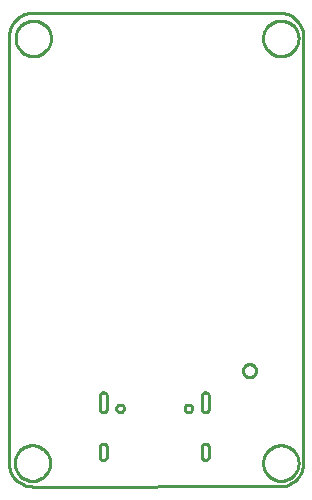
<source format=gko>
G04 EAGLE Gerber RS-274X export*
G75*
%MOMM*%
%FSLAX34Y34*%
%LPD*%
%INBoard Outline*%
%IPPOS*%
%AMOC8*
5,1,8,0,0,1.08239X$1,22.5*%
G01*
%ADD10C,0.000000*%
%ADD11C,0.025400*%
%ADD12C,0.254000*%


D10*
X20012Y-63D02*
X229197Y64D01*
X229680Y70D01*
X230164Y88D01*
X230646Y117D01*
X231128Y159D01*
X231609Y211D01*
X232088Y276D01*
X232566Y352D01*
X233042Y439D01*
X233515Y538D01*
X233986Y649D01*
X234454Y770D01*
X234919Y903D01*
X235381Y1048D01*
X235839Y1203D01*
X236293Y1369D01*
X236743Y1547D01*
X237188Y1735D01*
X237629Y1934D01*
X238065Y2143D01*
X238496Y2363D01*
X238921Y2594D01*
X239341Y2834D01*
X239754Y3085D01*
X240162Y3345D01*
X240563Y3616D01*
X240957Y3896D01*
X241345Y4185D01*
X241725Y4484D01*
X242098Y4791D01*
X242464Y5108D01*
X242822Y5434D01*
X243171Y5768D01*
X243513Y6110D01*
X243846Y6461D01*
X244171Y6819D01*
X244487Y7185D01*
X244794Y7559D01*
X245092Y7940D01*
X245380Y8329D01*
X245659Y8724D01*
X245928Y9125D01*
X246188Y9533D01*
X246438Y9948D01*
X246677Y10368D01*
X246907Y10794D01*
X247126Y11225D01*
X247334Y11661D01*
X247532Y12103D01*
X247719Y12549D01*
X247895Y12999D01*
X248061Y13454D01*
X248215Y13912D01*
X248358Y14374D01*
X248490Y14839D01*
X248611Y15308D01*
X248720Y15779D01*
X248818Y16252D01*
X248904Y16728D01*
X248979Y17206D01*
X249042Y17686D01*
X249094Y18167D01*
X249134Y18649D01*
X249162Y19131D01*
X249179Y19615D01*
X249184Y20098D01*
X249185Y20099D02*
X249292Y380821D01*
X249286Y381304D01*
X249269Y381788D01*
X249240Y382270D01*
X249200Y382752D01*
X249148Y383233D01*
X249084Y383712D01*
X249009Y384190D01*
X248922Y384666D01*
X248824Y385139D01*
X248714Y385610D01*
X248593Y386078D01*
X248460Y386544D01*
X248317Y387005D01*
X248162Y387464D01*
X247996Y387918D01*
X247820Y388368D01*
X247632Y388814D01*
X247434Y389255D01*
X247225Y389691D01*
X247006Y390122D01*
X246776Y390548D01*
X246537Y390968D01*
X246287Y391382D01*
X246027Y391790D01*
X245757Y392191D01*
X245478Y392586D01*
X245189Y392974D01*
X244891Y393355D01*
X244584Y393728D01*
X244268Y394094D01*
X243943Y394452D01*
X243610Y394803D01*
X243268Y395145D01*
X242918Y395479D01*
X242560Y395804D01*
X242194Y396120D01*
X241821Y396428D01*
X241441Y396726D01*
X241053Y397016D01*
X240659Y397295D01*
X240257Y397565D01*
X239850Y397826D01*
X239436Y398076D01*
X239017Y398316D01*
X238591Y398546D01*
X238160Y398766D01*
X237724Y398976D01*
X237284Y399174D01*
X236838Y399362D01*
X236388Y399539D01*
X235934Y399706D01*
X235476Y399861D01*
X235014Y400005D01*
X234549Y400138D01*
X234081Y400259D01*
X233610Y400370D01*
X233137Y400469D01*
X232661Y400556D01*
X232184Y400632D01*
X231704Y400696D01*
X231224Y400749D01*
X230742Y400790D01*
X230259Y400819D01*
X229776Y400837D01*
X229292Y400843D01*
X229292Y400844D02*
X20000Y400844D01*
X19517Y400838D01*
X19034Y400821D01*
X18551Y400791D01*
X18070Y400751D01*
X17589Y400698D01*
X17110Y400634D01*
X16633Y400559D01*
X16157Y400471D01*
X15684Y400373D01*
X15214Y400263D01*
X14746Y400142D01*
X14281Y400009D01*
X13820Y399865D01*
X13362Y399710D01*
X12908Y399544D01*
X12458Y399367D01*
X12013Y399180D01*
X11572Y398981D01*
X11136Y398773D01*
X10706Y398553D01*
X10280Y398323D01*
X9861Y398083D01*
X9447Y397833D01*
X9040Y397573D01*
X8639Y397304D01*
X8244Y397024D01*
X7857Y396736D01*
X7476Y396437D01*
X7103Y396130D01*
X6738Y395814D01*
X6380Y395489D01*
X6030Y395156D01*
X5688Y394814D01*
X5355Y394464D01*
X5030Y394106D01*
X4714Y393741D01*
X4407Y393368D01*
X4108Y392987D01*
X3820Y392600D01*
X3540Y392205D01*
X3271Y391804D01*
X3011Y391397D01*
X2761Y390983D01*
X2521Y390564D01*
X2291Y390138D01*
X2071Y389708D01*
X1863Y389272D01*
X1664Y388831D01*
X1477Y388386D01*
X1300Y387936D01*
X1134Y387482D01*
X979Y387024D01*
X835Y386563D01*
X702Y386098D01*
X581Y385630D01*
X471Y385160D01*
X373Y384687D01*
X285Y384211D01*
X210Y383734D01*
X146Y383255D01*
X93Y382774D01*
X53Y382293D01*
X23Y381810D01*
X6Y381327D01*
X0Y380844D01*
X0Y19937D01*
X6Y19454D01*
X23Y18970D01*
X53Y18488D01*
X93Y18006D01*
X146Y17525D01*
X210Y17046D01*
X286Y16569D01*
X373Y16093D01*
X472Y15620D01*
X582Y15149D01*
X703Y14681D01*
X836Y14216D01*
X980Y13754D01*
X1135Y13296D01*
X1301Y12842D01*
X1478Y12392D01*
X1665Y11947D01*
X1864Y11506D01*
X2073Y11070D01*
X2293Y10639D01*
X2523Y10214D01*
X2763Y9794D01*
X3013Y9381D01*
X3273Y8973D01*
X3543Y8572D01*
X3823Y8177D01*
X4112Y7790D01*
X4410Y7409D01*
X4717Y7036D01*
X5034Y6670D01*
X5359Y6312D01*
X5692Y5962D01*
X6034Y5621D01*
X6384Y5287D01*
X6742Y4962D01*
X7108Y4646D01*
X7482Y4339D01*
X7862Y4041D01*
X8250Y3752D01*
X8645Y3473D01*
X9046Y3203D01*
X9454Y2943D01*
X9868Y2694D01*
X10288Y2454D01*
X10713Y2224D01*
X11144Y2005D01*
X11580Y1796D01*
X12021Y1598D01*
X12467Y1410D01*
X12917Y1233D01*
X13371Y1068D01*
X13829Y913D01*
X14291Y769D01*
X14756Y637D01*
X15224Y516D01*
X15695Y406D01*
X16168Y308D01*
X16644Y221D01*
X17121Y145D01*
X17600Y81D01*
X18081Y29D01*
X18563Y-11D01*
X19045Y-40D01*
X19529Y-57D01*
X20012Y-63D01*
D11*
X5638Y379413D02*
X5643Y379781D01*
X5656Y380149D01*
X5679Y380516D01*
X5710Y380883D01*
X5751Y381249D01*
X5800Y381614D01*
X5859Y381977D01*
X5926Y382339D01*
X6002Y382700D01*
X6088Y383058D01*
X6181Y383414D01*
X6284Y383767D01*
X6395Y384118D01*
X6515Y384466D01*
X6643Y384811D01*
X6780Y385153D01*
X6925Y385492D01*
X7078Y385826D01*
X7240Y386157D01*
X7409Y386484D01*
X7587Y386806D01*
X7772Y387125D01*
X7965Y387438D01*
X8166Y387747D01*
X8374Y388050D01*
X8590Y388348D01*
X8813Y388641D01*
X9043Y388929D01*
X9280Y389211D01*
X9524Y389486D01*
X9774Y389756D01*
X10031Y390020D01*
X10295Y390277D01*
X10565Y390527D01*
X10840Y390771D01*
X11122Y391008D01*
X11410Y391238D01*
X11703Y391461D01*
X12001Y391677D01*
X12304Y391885D01*
X12613Y392086D01*
X12926Y392279D01*
X13245Y392464D01*
X13567Y392642D01*
X13894Y392811D01*
X14225Y392973D01*
X14559Y393126D01*
X14898Y393271D01*
X15240Y393408D01*
X15585Y393536D01*
X15933Y393656D01*
X16284Y393767D01*
X16637Y393870D01*
X16993Y393963D01*
X17351Y394049D01*
X17712Y394125D01*
X18074Y394192D01*
X18437Y394251D01*
X18802Y394300D01*
X19168Y394341D01*
X19535Y394372D01*
X19902Y394395D01*
X20270Y394408D01*
X20638Y394413D01*
X21006Y394408D01*
X21374Y394395D01*
X21741Y394372D01*
X22108Y394341D01*
X22474Y394300D01*
X22839Y394251D01*
X23202Y394192D01*
X23564Y394125D01*
X23925Y394049D01*
X24283Y393963D01*
X24639Y393870D01*
X24992Y393767D01*
X25343Y393656D01*
X25691Y393536D01*
X26036Y393408D01*
X26378Y393271D01*
X26717Y393126D01*
X27051Y392973D01*
X27382Y392811D01*
X27709Y392642D01*
X28031Y392464D01*
X28350Y392279D01*
X28663Y392086D01*
X28972Y391885D01*
X29275Y391677D01*
X29573Y391461D01*
X29866Y391238D01*
X30154Y391008D01*
X30436Y390771D01*
X30711Y390527D01*
X30981Y390277D01*
X31245Y390020D01*
X31502Y389756D01*
X31752Y389486D01*
X31996Y389211D01*
X32233Y388929D01*
X32463Y388641D01*
X32686Y388348D01*
X32902Y388050D01*
X33110Y387747D01*
X33311Y387438D01*
X33504Y387125D01*
X33689Y386806D01*
X33867Y386484D01*
X34036Y386157D01*
X34198Y385826D01*
X34351Y385492D01*
X34496Y385153D01*
X34633Y384811D01*
X34761Y384466D01*
X34881Y384118D01*
X34992Y383767D01*
X35095Y383414D01*
X35188Y383058D01*
X35274Y382700D01*
X35350Y382339D01*
X35417Y381977D01*
X35476Y381614D01*
X35525Y381249D01*
X35566Y380883D01*
X35597Y380516D01*
X35620Y380149D01*
X35633Y379781D01*
X35638Y379413D01*
X35633Y379045D01*
X35620Y378677D01*
X35597Y378310D01*
X35566Y377943D01*
X35525Y377577D01*
X35476Y377212D01*
X35417Y376849D01*
X35350Y376487D01*
X35274Y376126D01*
X35188Y375768D01*
X35095Y375412D01*
X34992Y375059D01*
X34881Y374708D01*
X34761Y374360D01*
X34633Y374015D01*
X34496Y373673D01*
X34351Y373334D01*
X34198Y373000D01*
X34036Y372669D01*
X33867Y372342D01*
X33689Y372020D01*
X33504Y371701D01*
X33311Y371388D01*
X33110Y371079D01*
X32902Y370776D01*
X32686Y370478D01*
X32463Y370185D01*
X32233Y369897D01*
X31996Y369615D01*
X31752Y369340D01*
X31502Y369070D01*
X31245Y368806D01*
X30981Y368549D01*
X30711Y368299D01*
X30436Y368055D01*
X30154Y367818D01*
X29866Y367588D01*
X29573Y367365D01*
X29275Y367149D01*
X28972Y366941D01*
X28663Y366740D01*
X28350Y366547D01*
X28031Y366362D01*
X27709Y366184D01*
X27382Y366015D01*
X27051Y365853D01*
X26717Y365700D01*
X26378Y365555D01*
X26036Y365418D01*
X25691Y365290D01*
X25343Y365170D01*
X24992Y365059D01*
X24639Y364956D01*
X24283Y364863D01*
X23925Y364777D01*
X23564Y364701D01*
X23202Y364634D01*
X22839Y364575D01*
X22474Y364526D01*
X22108Y364485D01*
X21741Y364454D01*
X21374Y364431D01*
X21006Y364418D01*
X20638Y364413D01*
X20270Y364418D01*
X19902Y364431D01*
X19535Y364454D01*
X19168Y364485D01*
X18802Y364526D01*
X18437Y364575D01*
X18074Y364634D01*
X17712Y364701D01*
X17351Y364777D01*
X16993Y364863D01*
X16637Y364956D01*
X16284Y365059D01*
X15933Y365170D01*
X15585Y365290D01*
X15240Y365418D01*
X14898Y365555D01*
X14559Y365700D01*
X14225Y365853D01*
X13894Y366015D01*
X13567Y366184D01*
X13245Y366362D01*
X12926Y366547D01*
X12613Y366740D01*
X12304Y366941D01*
X12001Y367149D01*
X11703Y367365D01*
X11410Y367588D01*
X11122Y367818D01*
X10840Y368055D01*
X10565Y368299D01*
X10295Y368549D01*
X10031Y368806D01*
X9774Y369070D01*
X9524Y369340D01*
X9280Y369615D01*
X9043Y369897D01*
X8813Y370185D01*
X8590Y370478D01*
X8374Y370776D01*
X8166Y371079D01*
X7965Y371388D01*
X7772Y371701D01*
X7587Y372020D01*
X7409Y372342D01*
X7240Y372669D01*
X7078Y373000D01*
X6925Y373334D01*
X6780Y373673D01*
X6643Y374015D01*
X6515Y374360D01*
X6395Y374708D01*
X6284Y375059D01*
X6181Y375412D01*
X6088Y375768D01*
X6002Y376126D01*
X5926Y376487D01*
X5859Y376849D01*
X5800Y377212D01*
X5751Y377577D01*
X5710Y377943D01*
X5679Y378310D01*
X5656Y378677D01*
X5643Y379045D01*
X5638Y379413D01*
X215188Y19844D02*
X215193Y20212D01*
X215206Y20580D01*
X215229Y20947D01*
X215260Y21314D01*
X215301Y21680D01*
X215350Y22045D01*
X215409Y22408D01*
X215476Y22770D01*
X215552Y23131D01*
X215638Y23489D01*
X215731Y23845D01*
X215834Y24198D01*
X215945Y24549D01*
X216065Y24897D01*
X216193Y25242D01*
X216330Y25584D01*
X216475Y25923D01*
X216628Y26257D01*
X216790Y26588D01*
X216959Y26915D01*
X217137Y27237D01*
X217322Y27556D01*
X217515Y27869D01*
X217716Y28178D01*
X217924Y28481D01*
X218140Y28779D01*
X218363Y29072D01*
X218593Y29360D01*
X218830Y29642D01*
X219074Y29917D01*
X219324Y30187D01*
X219581Y30451D01*
X219845Y30708D01*
X220115Y30958D01*
X220390Y31202D01*
X220672Y31439D01*
X220960Y31669D01*
X221253Y31892D01*
X221551Y32108D01*
X221854Y32316D01*
X222163Y32517D01*
X222476Y32710D01*
X222795Y32895D01*
X223117Y33073D01*
X223444Y33242D01*
X223775Y33404D01*
X224109Y33557D01*
X224448Y33702D01*
X224790Y33839D01*
X225135Y33967D01*
X225483Y34087D01*
X225834Y34198D01*
X226187Y34301D01*
X226543Y34394D01*
X226901Y34480D01*
X227262Y34556D01*
X227624Y34623D01*
X227987Y34682D01*
X228352Y34731D01*
X228718Y34772D01*
X229085Y34803D01*
X229452Y34826D01*
X229820Y34839D01*
X230188Y34844D01*
X230556Y34839D01*
X230924Y34826D01*
X231291Y34803D01*
X231658Y34772D01*
X232024Y34731D01*
X232389Y34682D01*
X232752Y34623D01*
X233114Y34556D01*
X233475Y34480D01*
X233833Y34394D01*
X234189Y34301D01*
X234542Y34198D01*
X234893Y34087D01*
X235241Y33967D01*
X235586Y33839D01*
X235928Y33702D01*
X236267Y33557D01*
X236601Y33404D01*
X236932Y33242D01*
X237259Y33073D01*
X237581Y32895D01*
X237900Y32710D01*
X238213Y32517D01*
X238522Y32316D01*
X238825Y32108D01*
X239123Y31892D01*
X239416Y31669D01*
X239704Y31439D01*
X239986Y31202D01*
X240261Y30958D01*
X240531Y30708D01*
X240795Y30451D01*
X241052Y30187D01*
X241302Y29917D01*
X241546Y29642D01*
X241783Y29360D01*
X242013Y29072D01*
X242236Y28779D01*
X242452Y28481D01*
X242660Y28178D01*
X242861Y27869D01*
X243054Y27556D01*
X243239Y27237D01*
X243417Y26915D01*
X243586Y26588D01*
X243748Y26257D01*
X243901Y25923D01*
X244046Y25584D01*
X244183Y25242D01*
X244311Y24897D01*
X244431Y24549D01*
X244542Y24198D01*
X244645Y23845D01*
X244738Y23489D01*
X244824Y23131D01*
X244900Y22770D01*
X244967Y22408D01*
X245026Y22045D01*
X245075Y21680D01*
X245116Y21314D01*
X245147Y20947D01*
X245170Y20580D01*
X245183Y20212D01*
X245188Y19844D01*
X245183Y19476D01*
X245170Y19108D01*
X245147Y18741D01*
X245116Y18374D01*
X245075Y18008D01*
X245026Y17643D01*
X244967Y17280D01*
X244900Y16918D01*
X244824Y16557D01*
X244738Y16199D01*
X244645Y15843D01*
X244542Y15490D01*
X244431Y15139D01*
X244311Y14791D01*
X244183Y14446D01*
X244046Y14104D01*
X243901Y13765D01*
X243748Y13431D01*
X243586Y13100D01*
X243417Y12773D01*
X243239Y12451D01*
X243054Y12132D01*
X242861Y11819D01*
X242660Y11510D01*
X242452Y11207D01*
X242236Y10909D01*
X242013Y10616D01*
X241783Y10328D01*
X241546Y10046D01*
X241302Y9771D01*
X241052Y9501D01*
X240795Y9237D01*
X240531Y8980D01*
X240261Y8730D01*
X239986Y8486D01*
X239704Y8249D01*
X239416Y8019D01*
X239123Y7796D01*
X238825Y7580D01*
X238522Y7372D01*
X238213Y7171D01*
X237900Y6978D01*
X237581Y6793D01*
X237259Y6615D01*
X236932Y6446D01*
X236601Y6284D01*
X236267Y6131D01*
X235928Y5986D01*
X235586Y5849D01*
X235241Y5721D01*
X234893Y5601D01*
X234542Y5490D01*
X234189Y5387D01*
X233833Y5294D01*
X233475Y5208D01*
X233114Y5132D01*
X232752Y5065D01*
X232389Y5006D01*
X232024Y4957D01*
X231658Y4916D01*
X231291Y4885D01*
X230924Y4862D01*
X230556Y4849D01*
X230188Y4844D01*
X229820Y4849D01*
X229452Y4862D01*
X229085Y4885D01*
X228718Y4916D01*
X228352Y4957D01*
X227987Y5006D01*
X227624Y5065D01*
X227262Y5132D01*
X226901Y5208D01*
X226543Y5294D01*
X226187Y5387D01*
X225834Y5490D01*
X225483Y5601D01*
X225135Y5721D01*
X224790Y5849D01*
X224448Y5986D01*
X224109Y6131D01*
X223775Y6284D01*
X223444Y6446D01*
X223117Y6615D01*
X222795Y6793D01*
X222476Y6978D01*
X222163Y7171D01*
X221854Y7372D01*
X221551Y7580D01*
X221253Y7796D01*
X220960Y8019D01*
X220672Y8249D01*
X220390Y8486D01*
X220115Y8730D01*
X219845Y8980D01*
X219581Y9237D01*
X219324Y9501D01*
X219074Y9771D01*
X218830Y10046D01*
X218593Y10328D01*
X218363Y10616D01*
X218140Y10909D01*
X217924Y11207D01*
X217716Y11510D01*
X217515Y11819D01*
X217322Y12132D01*
X217137Y12451D01*
X216959Y12773D01*
X216790Y13100D01*
X216628Y13431D01*
X216475Y13765D01*
X216330Y14104D01*
X216193Y14446D01*
X216065Y14791D01*
X215945Y15139D01*
X215834Y15490D01*
X215731Y15843D01*
X215638Y16199D01*
X215552Y16557D01*
X215476Y16918D01*
X215409Y17280D01*
X215350Y17643D01*
X215301Y18008D01*
X215260Y18374D01*
X215229Y18741D01*
X215206Y19108D01*
X215193Y19476D01*
X215188Y19844D01*
X215188Y379413D02*
X215193Y379781D01*
X215206Y380149D01*
X215229Y380516D01*
X215260Y380883D01*
X215301Y381249D01*
X215350Y381614D01*
X215409Y381977D01*
X215476Y382339D01*
X215552Y382700D01*
X215638Y383058D01*
X215731Y383414D01*
X215834Y383767D01*
X215945Y384118D01*
X216065Y384466D01*
X216193Y384811D01*
X216330Y385153D01*
X216475Y385492D01*
X216628Y385826D01*
X216790Y386157D01*
X216959Y386484D01*
X217137Y386806D01*
X217322Y387125D01*
X217515Y387438D01*
X217716Y387747D01*
X217924Y388050D01*
X218140Y388348D01*
X218363Y388641D01*
X218593Y388929D01*
X218830Y389211D01*
X219074Y389486D01*
X219324Y389756D01*
X219581Y390020D01*
X219845Y390277D01*
X220115Y390527D01*
X220390Y390771D01*
X220672Y391008D01*
X220960Y391238D01*
X221253Y391461D01*
X221551Y391677D01*
X221854Y391885D01*
X222163Y392086D01*
X222476Y392279D01*
X222795Y392464D01*
X223117Y392642D01*
X223444Y392811D01*
X223775Y392973D01*
X224109Y393126D01*
X224448Y393271D01*
X224790Y393408D01*
X225135Y393536D01*
X225483Y393656D01*
X225834Y393767D01*
X226187Y393870D01*
X226543Y393963D01*
X226901Y394049D01*
X227262Y394125D01*
X227624Y394192D01*
X227987Y394251D01*
X228352Y394300D01*
X228718Y394341D01*
X229085Y394372D01*
X229452Y394395D01*
X229820Y394408D01*
X230188Y394413D01*
X230556Y394408D01*
X230924Y394395D01*
X231291Y394372D01*
X231658Y394341D01*
X232024Y394300D01*
X232389Y394251D01*
X232752Y394192D01*
X233114Y394125D01*
X233475Y394049D01*
X233833Y393963D01*
X234189Y393870D01*
X234542Y393767D01*
X234893Y393656D01*
X235241Y393536D01*
X235586Y393408D01*
X235928Y393271D01*
X236267Y393126D01*
X236601Y392973D01*
X236932Y392811D01*
X237259Y392642D01*
X237581Y392464D01*
X237900Y392279D01*
X238213Y392086D01*
X238522Y391885D01*
X238825Y391677D01*
X239123Y391461D01*
X239416Y391238D01*
X239704Y391008D01*
X239986Y390771D01*
X240261Y390527D01*
X240531Y390277D01*
X240795Y390020D01*
X241052Y389756D01*
X241302Y389486D01*
X241546Y389211D01*
X241783Y388929D01*
X242013Y388641D01*
X242236Y388348D01*
X242452Y388050D01*
X242660Y387747D01*
X242861Y387438D01*
X243054Y387125D01*
X243239Y386806D01*
X243417Y386484D01*
X243586Y386157D01*
X243748Y385826D01*
X243901Y385492D01*
X244046Y385153D01*
X244183Y384811D01*
X244311Y384466D01*
X244431Y384118D01*
X244542Y383767D01*
X244645Y383414D01*
X244738Y383058D01*
X244824Y382700D01*
X244900Y382339D01*
X244967Y381977D01*
X245026Y381614D01*
X245075Y381249D01*
X245116Y380883D01*
X245147Y380516D01*
X245170Y380149D01*
X245183Y379781D01*
X245188Y379413D01*
X245183Y379045D01*
X245170Y378677D01*
X245147Y378310D01*
X245116Y377943D01*
X245075Y377577D01*
X245026Y377212D01*
X244967Y376849D01*
X244900Y376487D01*
X244824Y376126D01*
X244738Y375768D01*
X244645Y375412D01*
X244542Y375059D01*
X244431Y374708D01*
X244311Y374360D01*
X244183Y374015D01*
X244046Y373673D01*
X243901Y373334D01*
X243748Y373000D01*
X243586Y372669D01*
X243417Y372342D01*
X243239Y372020D01*
X243054Y371701D01*
X242861Y371388D01*
X242660Y371079D01*
X242452Y370776D01*
X242236Y370478D01*
X242013Y370185D01*
X241783Y369897D01*
X241546Y369615D01*
X241302Y369340D01*
X241052Y369070D01*
X240795Y368806D01*
X240531Y368549D01*
X240261Y368299D01*
X239986Y368055D01*
X239704Y367818D01*
X239416Y367588D01*
X239123Y367365D01*
X238825Y367149D01*
X238522Y366941D01*
X238213Y366740D01*
X237900Y366547D01*
X237581Y366362D01*
X237259Y366184D01*
X236932Y366015D01*
X236601Y365853D01*
X236267Y365700D01*
X235928Y365555D01*
X235586Y365418D01*
X235241Y365290D01*
X234893Y365170D01*
X234542Y365059D01*
X234189Y364956D01*
X233833Y364863D01*
X233475Y364777D01*
X233114Y364701D01*
X232752Y364634D01*
X232389Y364575D01*
X232024Y364526D01*
X231658Y364485D01*
X231291Y364454D01*
X230924Y364431D01*
X230556Y364418D01*
X230188Y364413D01*
X229820Y364418D01*
X229452Y364431D01*
X229085Y364454D01*
X228718Y364485D01*
X228352Y364526D01*
X227987Y364575D01*
X227624Y364634D01*
X227262Y364701D01*
X226901Y364777D01*
X226543Y364863D01*
X226187Y364956D01*
X225834Y365059D01*
X225483Y365170D01*
X225135Y365290D01*
X224790Y365418D01*
X224448Y365555D01*
X224109Y365700D01*
X223775Y365853D01*
X223444Y366015D01*
X223117Y366184D01*
X222795Y366362D01*
X222476Y366547D01*
X222163Y366740D01*
X221854Y366941D01*
X221551Y367149D01*
X221253Y367365D01*
X220960Y367588D01*
X220672Y367818D01*
X220390Y368055D01*
X220115Y368299D01*
X219845Y368549D01*
X219581Y368806D01*
X219324Y369070D01*
X219074Y369340D01*
X218830Y369615D01*
X218593Y369897D01*
X218363Y370185D01*
X218140Y370478D01*
X217924Y370776D01*
X217716Y371079D01*
X217515Y371388D01*
X217322Y371701D01*
X217137Y372020D01*
X216959Y372342D01*
X216790Y372669D01*
X216628Y373000D01*
X216475Y373334D01*
X216330Y373673D01*
X216193Y374015D01*
X216065Y374360D01*
X215945Y374708D01*
X215834Y375059D01*
X215731Y375412D01*
X215638Y375768D01*
X215552Y376126D01*
X215476Y376487D01*
X215409Y376849D01*
X215350Y377212D01*
X215301Y377577D01*
X215260Y377943D01*
X215229Y378310D01*
X215206Y378677D01*
X215193Y379045D01*
X215188Y379413D01*
X4844Y19844D02*
X4849Y20212D01*
X4862Y20580D01*
X4885Y20947D01*
X4916Y21314D01*
X4957Y21680D01*
X5006Y22045D01*
X5065Y22408D01*
X5132Y22770D01*
X5208Y23131D01*
X5294Y23489D01*
X5387Y23845D01*
X5490Y24198D01*
X5601Y24549D01*
X5721Y24897D01*
X5849Y25242D01*
X5986Y25584D01*
X6131Y25923D01*
X6284Y26257D01*
X6446Y26588D01*
X6615Y26915D01*
X6793Y27237D01*
X6978Y27556D01*
X7171Y27869D01*
X7372Y28178D01*
X7580Y28481D01*
X7796Y28779D01*
X8019Y29072D01*
X8249Y29360D01*
X8486Y29642D01*
X8730Y29917D01*
X8980Y30187D01*
X9237Y30451D01*
X9501Y30708D01*
X9771Y30958D01*
X10046Y31202D01*
X10328Y31439D01*
X10616Y31669D01*
X10909Y31892D01*
X11207Y32108D01*
X11510Y32316D01*
X11819Y32517D01*
X12132Y32710D01*
X12451Y32895D01*
X12773Y33073D01*
X13100Y33242D01*
X13431Y33404D01*
X13765Y33557D01*
X14104Y33702D01*
X14446Y33839D01*
X14791Y33967D01*
X15139Y34087D01*
X15490Y34198D01*
X15843Y34301D01*
X16199Y34394D01*
X16557Y34480D01*
X16918Y34556D01*
X17280Y34623D01*
X17643Y34682D01*
X18008Y34731D01*
X18374Y34772D01*
X18741Y34803D01*
X19108Y34826D01*
X19476Y34839D01*
X19844Y34844D01*
X20212Y34839D01*
X20580Y34826D01*
X20947Y34803D01*
X21314Y34772D01*
X21680Y34731D01*
X22045Y34682D01*
X22408Y34623D01*
X22770Y34556D01*
X23131Y34480D01*
X23489Y34394D01*
X23845Y34301D01*
X24198Y34198D01*
X24549Y34087D01*
X24897Y33967D01*
X25242Y33839D01*
X25584Y33702D01*
X25923Y33557D01*
X26257Y33404D01*
X26588Y33242D01*
X26915Y33073D01*
X27237Y32895D01*
X27556Y32710D01*
X27869Y32517D01*
X28178Y32316D01*
X28481Y32108D01*
X28779Y31892D01*
X29072Y31669D01*
X29360Y31439D01*
X29642Y31202D01*
X29917Y30958D01*
X30187Y30708D01*
X30451Y30451D01*
X30708Y30187D01*
X30958Y29917D01*
X31202Y29642D01*
X31439Y29360D01*
X31669Y29072D01*
X31892Y28779D01*
X32108Y28481D01*
X32316Y28178D01*
X32517Y27869D01*
X32710Y27556D01*
X32895Y27237D01*
X33073Y26915D01*
X33242Y26588D01*
X33404Y26257D01*
X33557Y25923D01*
X33702Y25584D01*
X33839Y25242D01*
X33967Y24897D01*
X34087Y24549D01*
X34198Y24198D01*
X34301Y23845D01*
X34394Y23489D01*
X34480Y23131D01*
X34556Y22770D01*
X34623Y22408D01*
X34682Y22045D01*
X34731Y21680D01*
X34772Y21314D01*
X34803Y20947D01*
X34826Y20580D01*
X34839Y20212D01*
X34844Y19844D01*
X34839Y19476D01*
X34826Y19108D01*
X34803Y18741D01*
X34772Y18374D01*
X34731Y18008D01*
X34682Y17643D01*
X34623Y17280D01*
X34556Y16918D01*
X34480Y16557D01*
X34394Y16199D01*
X34301Y15843D01*
X34198Y15490D01*
X34087Y15139D01*
X33967Y14791D01*
X33839Y14446D01*
X33702Y14104D01*
X33557Y13765D01*
X33404Y13431D01*
X33242Y13100D01*
X33073Y12773D01*
X32895Y12451D01*
X32710Y12132D01*
X32517Y11819D01*
X32316Y11510D01*
X32108Y11207D01*
X31892Y10909D01*
X31669Y10616D01*
X31439Y10328D01*
X31202Y10046D01*
X30958Y9771D01*
X30708Y9501D01*
X30451Y9237D01*
X30187Y8980D01*
X29917Y8730D01*
X29642Y8486D01*
X29360Y8249D01*
X29072Y8019D01*
X28779Y7796D01*
X28481Y7580D01*
X28178Y7372D01*
X27869Y7171D01*
X27556Y6978D01*
X27237Y6793D01*
X26915Y6615D01*
X26588Y6446D01*
X26257Y6284D01*
X25923Y6131D01*
X25584Y5986D01*
X25242Y5849D01*
X24897Y5721D01*
X24549Y5601D01*
X24198Y5490D01*
X23845Y5387D01*
X23489Y5294D01*
X23131Y5208D01*
X22770Y5132D01*
X22408Y5065D01*
X22045Y5006D01*
X21680Y4957D01*
X21314Y4916D01*
X20947Y4885D01*
X20580Y4862D01*
X20212Y4849D01*
X19844Y4844D01*
X19476Y4849D01*
X19108Y4862D01*
X18741Y4885D01*
X18374Y4916D01*
X18008Y4957D01*
X17643Y5006D01*
X17280Y5065D01*
X16918Y5132D01*
X16557Y5208D01*
X16199Y5294D01*
X15843Y5387D01*
X15490Y5490D01*
X15139Y5601D01*
X14791Y5721D01*
X14446Y5849D01*
X14104Y5986D01*
X13765Y6131D01*
X13431Y6284D01*
X13100Y6446D01*
X12773Y6615D01*
X12451Y6793D01*
X12132Y6978D01*
X11819Y7171D01*
X11510Y7372D01*
X11207Y7580D01*
X10909Y7796D01*
X10616Y8019D01*
X10328Y8249D01*
X10046Y8486D01*
X9771Y8730D01*
X9501Y8980D01*
X9237Y9237D01*
X8980Y9501D01*
X8730Y9771D01*
X8486Y10046D01*
X8249Y10328D01*
X8019Y10616D01*
X7796Y10909D01*
X7580Y11207D01*
X7372Y11510D01*
X7171Y11819D01*
X6978Y12132D01*
X6793Y12451D01*
X6615Y12773D01*
X6446Y13100D01*
X6284Y13431D01*
X6131Y13765D01*
X5986Y14104D01*
X5849Y14446D01*
X5721Y14791D01*
X5601Y15139D01*
X5490Y15490D01*
X5387Y15843D01*
X5294Y16199D01*
X5208Y16557D01*
X5132Y16918D01*
X5065Y17280D01*
X5006Y17643D01*
X4957Y18008D01*
X4916Y18374D01*
X4885Y18741D01*
X4862Y19108D01*
X4849Y19476D01*
X4844Y19844D01*
D10*
X79831Y36369D02*
X79938Y36367D01*
X80045Y36361D01*
X80152Y36352D01*
X80258Y36338D01*
X80364Y36321D01*
X80469Y36300D01*
X80573Y36276D01*
X80676Y36247D01*
X80778Y36215D01*
X80879Y36180D01*
X80979Y36141D01*
X81077Y36098D01*
X81174Y36052D01*
X81269Y36002D01*
X81362Y35949D01*
X81453Y35893D01*
X81542Y35833D01*
X81629Y35771D01*
X81713Y35705D01*
X81796Y35636D01*
X81875Y35565D01*
X81952Y35490D01*
X82027Y35413D01*
X82098Y35334D01*
X82167Y35251D01*
X82233Y35167D01*
X82295Y35080D01*
X82355Y34991D01*
X82411Y34900D01*
X82464Y34807D01*
X82514Y34712D01*
X82560Y34615D01*
X82603Y34517D01*
X82642Y34417D01*
X82677Y34316D01*
X82709Y34214D01*
X82738Y34111D01*
X82762Y34007D01*
X82783Y33902D01*
X82800Y33796D01*
X82814Y33690D01*
X82823Y33583D01*
X82829Y33476D01*
X82831Y33369D01*
X82831Y25369D01*
X82829Y25262D01*
X82823Y25155D01*
X82814Y25048D01*
X82800Y24942D01*
X82783Y24836D01*
X82762Y24731D01*
X82738Y24627D01*
X82709Y24524D01*
X82677Y24422D01*
X82642Y24321D01*
X82603Y24221D01*
X82560Y24123D01*
X82514Y24026D01*
X82464Y23931D01*
X82411Y23838D01*
X82355Y23747D01*
X82295Y23658D01*
X82233Y23571D01*
X82167Y23487D01*
X82098Y23404D01*
X82027Y23325D01*
X81952Y23248D01*
X81875Y23173D01*
X81796Y23102D01*
X81713Y23033D01*
X81629Y22967D01*
X81542Y22905D01*
X81453Y22845D01*
X81362Y22789D01*
X81269Y22736D01*
X81174Y22686D01*
X81077Y22640D01*
X80979Y22597D01*
X80879Y22558D01*
X80778Y22523D01*
X80676Y22491D01*
X80573Y22462D01*
X80469Y22438D01*
X80364Y22417D01*
X80258Y22400D01*
X80152Y22386D01*
X80045Y22377D01*
X79938Y22371D01*
X79831Y22369D01*
X79724Y22371D01*
X79617Y22377D01*
X79510Y22386D01*
X79404Y22400D01*
X79298Y22417D01*
X79193Y22438D01*
X79089Y22462D01*
X78986Y22491D01*
X78884Y22523D01*
X78783Y22558D01*
X78683Y22597D01*
X78585Y22640D01*
X78488Y22686D01*
X78393Y22736D01*
X78300Y22789D01*
X78209Y22845D01*
X78120Y22905D01*
X78033Y22967D01*
X77949Y23033D01*
X77866Y23102D01*
X77787Y23173D01*
X77710Y23248D01*
X77635Y23325D01*
X77564Y23404D01*
X77495Y23487D01*
X77429Y23571D01*
X77367Y23658D01*
X77307Y23747D01*
X77251Y23838D01*
X77198Y23931D01*
X77148Y24026D01*
X77102Y24123D01*
X77059Y24221D01*
X77020Y24321D01*
X76985Y24422D01*
X76953Y24524D01*
X76924Y24627D01*
X76900Y24731D01*
X76879Y24836D01*
X76862Y24942D01*
X76848Y25048D01*
X76839Y25155D01*
X76833Y25262D01*
X76831Y25369D01*
X76831Y33369D01*
X76833Y33476D01*
X76839Y33583D01*
X76848Y33690D01*
X76862Y33796D01*
X76879Y33902D01*
X76900Y34007D01*
X76924Y34111D01*
X76953Y34214D01*
X76985Y34316D01*
X77020Y34417D01*
X77059Y34517D01*
X77102Y34615D01*
X77148Y34712D01*
X77198Y34807D01*
X77251Y34900D01*
X77307Y34991D01*
X77367Y35080D01*
X77429Y35167D01*
X77495Y35251D01*
X77564Y35334D01*
X77635Y35413D01*
X77710Y35490D01*
X77787Y35565D01*
X77866Y35636D01*
X77949Y35705D01*
X78033Y35771D01*
X78120Y35833D01*
X78209Y35893D01*
X78300Y35949D01*
X78393Y36002D01*
X78488Y36052D01*
X78585Y36098D01*
X78683Y36141D01*
X78783Y36180D01*
X78884Y36215D01*
X78986Y36247D01*
X79089Y36276D01*
X79193Y36300D01*
X79298Y36321D01*
X79404Y36338D01*
X79510Y36352D01*
X79617Y36361D01*
X79724Y36367D01*
X79831Y36369D01*
X166231Y36369D02*
X166338Y36367D01*
X166445Y36361D01*
X166552Y36352D01*
X166658Y36338D01*
X166764Y36321D01*
X166869Y36300D01*
X166973Y36276D01*
X167076Y36247D01*
X167178Y36215D01*
X167279Y36180D01*
X167379Y36141D01*
X167477Y36098D01*
X167574Y36052D01*
X167669Y36002D01*
X167762Y35949D01*
X167853Y35893D01*
X167942Y35833D01*
X168029Y35771D01*
X168113Y35705D01*
X168196Y35636D01*
X168275Y35565D01*
X168352Y35490D01*
X168427Y35413D01*
X168498Y35334D01*
X168567Y35251D01*
X168633Y35167D01*
X168695Y35080D01*
X168755Y34991D01*
X168811Y34900D01*
X168864Y34807D01*
X168914Y34712D01*
X168960Y34615D01*
X169003Y34517D01*
X169042Y34417D01*
X169077Y34316D01*
X169109Y34214D01*
X169138Y34111D01*
X169162Y34007D01*
X169183Y33902D01*
X169200Y33796D01*
X169214Y33690D01*
X169223Y33583D01*
X169229Y33476D01*
X169231Y33369D01*
X169231Y25369D01*
X169229Y25262D01*
X169223Y25155D01*
X169214Y25048D01*
X169200Y24942D01*
X169183Y24836D01*
X169162Y24731D01*
X169138Y24627D01*
X169109Y24524D01*
X169077Y24422D01*
X169042Y24321D01*
X169003Y24221D01*
X168960Y24123D01*
X168914Y24026D01*
X168864Y23931D01*
X168811Y23838D01*
X168755Y23747D01*
X168695Y23658D01*
X168633Y23571D01*
X168567Y23487D01*
X168498Y23404D01*
X168427Y23325D01*
X168352Y23248D01*
X168275Y23173D01*
X168196Y23102D01*
X168113Y23033D01*
X168029Y22967D01*
X167942Y22905D01*
X167853Y22845D01*
X167762Y22789D01*
X167669Y22736D01*
X167574Y22686D01*
X167477Y22640D01*
X167379Y22597D01*
X167279Y22558D01*
X167178Y22523D01*
X167076Y22491D01*
X166973Y22462D01*
X166869Y22438D01*
X166764Y22417D01*
X166658Y22400D01*
X166552Y22386D01*
X166445Y22377D01*
X166338Y22371D01*
X166231Y22369D01*
X166124Y22371D01*
X166017Y22377D01*
X165910Y22386D01*
X165804Y22400D01*
X165698Y22417D01*
X165593Y22438D01*
X165489Y22462D01*
X165386Y22491D01*
X165284Y22523D01*
X165183Y22558D01*
X165083Y22597D01*
X164985Y22640D01*
X164888Y22686D01*
X164793Y22736D01*
X164700Y22789D01*
X164609Y22845D01*
X164520Y22905D01*
X164433Y22967D01*
X164349Y23033D01*
X164266Y23102D01*
X164187Y23173D01*
X164110Y23248D01*
X164035Y23325D01*
X163964Y23404D01*
X163895Y23487D01*
X163829Y23571D01*
X163767Y23658D01*
X163707Y23747D01*
X163651Y23838D01*
X163598Y23931D01*
X163548Y24026D01*
X163502Y24123D01*
X163459Y24221D01*
X163420Y24321D01*
X163385Y24422D01*
X163353Y24524D01*
X163324Y24627D01*
X163300Y24731D01*
X163279Y24836D01*
X163262Y24942D01*
X163248Y25048D01*
X163239Y25155D01*
X163233Y25262D01*
X163231Y25369D01*
X163231Y33369D01*
X163233Y33476D01*
X163239Y33583D01*
X163248Y33690D01*
X163262Y33796D01*
X163279Y33902D01*
X163300Y34007D01*
X163324Y34111D01*
X163353Y34214D01*
X163385Y34316D01*
X163420Y34417D01*
X163459Y34517D01*
X163502Y34615D01*
X163548Y34712D01*
X163598Y34807D01*
X163651Y34900D01*
X163707Y34991D01*
X163767Y35080D01*
X163829Y35167D01*
X163895Y35251D01*
X163964Y35334D01*
X164035Y35413D01*
X164110Y35490D01*
X164187Y35565D01*
X164266Y35636D01*
X164349Y35705D01*
X164433Y35771D01*
X164520Y35833D01*
X164609Y35893D01*
X164700Y35949D01*
X164793Y36002D01*
X164888Y36052D01*
X164985Y36098D01*
X165083Y36141D01*
X165183Y36180D01*
X165284Y36215D01*
X165386Y36247D01*
X165489Y36276D01*
X165593Y36300D01*
X165698Y36321D01*
X165804Y36338D01*
X165910Y36352D01*
X166017Y36361D01*
X166124Y36367D01*
X166231Y36369D01*
X82831Y76669D02*
X82829Y76776D01*
X82823Y76883D01*
X82814Y76990D01*
X82800Y77096D01*
X82783Y77202D01*
X82762Y77307D01*
X82738Y77411D01*
X82709Y77514D01*
X82677Y77616D01*
X82642Y77717D01*
X82603Y77817D01*
X82560Y77915D01*
X82514Y78012D01*
X82464Y78107D01*
X82411Y78200D01*
X82355Y78291D01*
X82295Y78380D01*
X82233Y78467D01*
X82167Y78551D01*
X82098Y78634D01*
X82027Y78713D01*
X81952Y78790D01*
X81875Y78865D01*
X81796Y78936D01*
X81713Y79005D01*
X81629Y79071D01*
X81542Y79133D01*
X81453Y79193D01*
X81362Y79249D01*
X81269Y79302D01*
X81174Y79352D01*
X81077Y79398D01*
X80979Y79441D01*
X80879Y79480D01*
X80778Y79515D01*
X80676Y79547D01*
X80573Y79576D01*
X80469Y79600D01*
X80364Y79621D01*
X80258Y79638D01*
X80152Y79652D01*
X80045Y79661D01*
X79938Y79667D01*
X79831Y79669D01*
X82831Y76669D02*
X82831Y65669D01*
X82829Y65562D01*
X82823Y65455D01*
X82814Y65348D01*
X82800Y65242D01*
X82783Y65136D01*
X82762Y65031D01*
X82738Y64927D01*
X82709Y64824D01*
X82677Y64722D01*
X82642Y64621D01*
X82603Y64521D01*
X82560Y64423D01*
X82514Y64326D01*
X82464Y64231D01*
X82411Y64138D01*
X82355Y64047D01*
X82295Y63958D01*
X82233Y63871D01*
X82167Y63787D01*
X82098Y63704D01*
X82027Y63625D01*
X81952Y63548D01*
X81875Y63473D01*
X81796Y63402D01*
X81713Y63333D01*
X81629Y63267D01*
X81542Y63205D01*
X81453Y63145D01*
X81362Y63089D01*
X81269Y63036D01*
X81174Y62986D01*
X81077Y62940D01*
X80979Y62897D01*
X80879Y62858D01*
X80778Y62823D01*
X80676Y62791D01*
X80573Y62762D01*
X80469Y62738D01*
X80364Y62717D01*
X80258Y62700D01*
X80152Y62686D01*
X80045Y62677D01*
X79938Y62671D01*
X79831Y62669D01*
X79724Y62671D01*
X79617Y62677D01*
X79510Y62686D01*
X79404Y62700D01*
X79298Y62717D01*
X79193Y62738D01*
X79089Y62762D01*
X78986Y62791D01*
X78884Y62823D01*
X78783Y62858D01*
X78683Y62897D01*
X78585Y62940D01*
X78488Y62986D01*
X78393Y63036D01*
X78300Y63089D01*
X78209Y63145D01*
X78120Y63205D01*
X78033Y63267D01*
X77949Y63333D01*
X77866Y63402D01*
X77787Y63473D01*
X77710Y63548D01*
X77635Y63625D01*
X77564Y63704D01*
X77495Y63787D01*
X77429Y63871D01*
X77367Y63958D01*
X77307Y64047D01*
X77251Y64138D01*
X77198Y64231D01*
X77148Y64326D01*
X77102Y64423D01*
X77059Y64521D01*
X77020Y64621D01*
X76985Y64722D01*
X76953Y64824D01*
X76924Y64927D01*
X76900Y65031D01*
X76879Y65136D01*
X76862Y65242D01*
X76848Y65348D01*
X76839Y65455D01*
X76833Y65562D01*
X76831Y65669D01*
X76831Y76669D01*
X76833Y76776D01*
X76839Y76883D01*
X76848Y76990D01*
X76862Y77096D01*
X76879Y77202D01*
X76900Y77307D01*
X76924Y77411D01*
X76953Y77514D01*
X76985Y77616D01*
X77020Y77717D01*
X77059Y77817D01*
X77102Y77915D01*
X77148Y78012D01*
X77198Y78107D01*
X77251Y78200D01*
X77307Y78291D01*
X77367Y78380D01*
X77429Y78467D01*
X77495Y78551D01*
X77564Y78634D01*
X77635Y78713D01*
X77710Y78790D01*
X77787Y78865D01*
X77866Y78936D01*
X77949Y79005D01*
X78033Y79071D01*
X78120Y79133D01*
X78209Y79193D01*
X78300Y79249D01*
X78393Y79302D01*
X78488Y79352D01*
X78585Y79398D01*
X78683Y79441D01*
X78783Y79480D01*
X78884Y79515D01*
X78986Y79547D01*
X79089Y79576D01*
X79193Y79600D01*
X79298Y79621D01*
X79404Y79638D01*
X79510Y79652D01*
X79617Y79661D01*
X79724Y79667D01*
X79831Y79669D01*
X166231Y79669D02*
X166338Y79667D01*
X166445Y79661D01*
X166552Y79652D01*
X166658Y79638D01*
X166764Y79621D01*
X166869Y79600D01*
X166973Y79576D01*
X167076Y79547D01*
X167178Y79515D01*
X167279Y79480D01*
X167379Y79441D01*
X167477Y79398D01*
X167574Y79352D01*
X167669Y79302D01*
X167762Y79249D01*
X167853Y79193D01*
X167942Y79133D01*
X168029Y79071D01*
X168113Y79005D01*
X168196Y78936D01*
X168275Y78865D01*
X168352Y78790D01*
X168427Y78713D01*
X168498Y78634D01*
X168567Y78551D01*
X168633Y78467D01*
X168695Y78380D01*
X168755Y78291D01*
X168811Y78200D01*
X168864Y78107D01*
X168914Y78012D01*
X168960Y77915D01*
X169003Y77817D01*
X169042Y77717D01*
X169077Y77616D01*
X169109Y77514D01*
X169138Y77411D01*
X169162Y77307D01*
X169183Y77202D01*
X169200Y77096D01*
X169214Y76990D01*
X169223Y76883D01*
X169229Y76776D01*
X169231Y76669D01*
X169231Y65669D01*
X169229Y65562D01*
X169223Y65455D01*
X169214Y65348D01*
X169200Y65242D01*
X169183Y65136D01*
X169162Y65031D01*
X169138Y64927D01*
X169109Y64824D01*
X169077Y64722D01*
X169042Y64621D01*
X169003Y64521D01*
X168960Y64423D01*
X168914Y64326D01*
X168864Y64231D01*
X168811Y64138D01*
X168755Y64047D01*
X168695Y63958D01*
X168633Y63871D01*
X168567Y63787D01*
X168498Y63704D01*
X168427Y63625D01*
X168352Y63548D01*
X168275Y63473D01*
X168196Y63402D01*
X168113Y63333D01*
X168029Y63267D01*
X167942Y63205D01*
X167853Y63145D01*
X167762Y63089D01*
X167669Y63036D01*
X167574Y62986D01*
X167477Y62940D01*
X167379Y62897D01*
X167279Y62858D01*
X167178Y62823D01*
X167076Y62791D01*
X166973Y62762D01*
X166869Y62738D01*
X166764Y62717D01*
X166658Y62700D01*
X166552Y62686D01*
X166445Y62677D01*
X166338Y62671D01*
X166231Y62669D01*
X166124Y62671D01*
X166017Y62677D01*
X165910Y62686D01*
X165804Y62700D01*
X165698Y62717D01*
X165593Y62738D01*
X165489Y62762D01*
X165386Y62791D01*
X165284Y62823D01*
X165183Y62858D01*
X165083Y62897D01*
X164985Y62940D01*
X164888Y62986D01*
X164793Y63036D01*
X164700Y63089D01*
X164609Y63145D01*
X164520Y63205D01*
X164433Y63267D01*
X164349Y63333D01*
X164266Y63402D01*
X164187Y63473D01*
X164110Y63548D01*
X164035Y63625D01*
X163964Y63704D01*
X163895Y63787D01*
X163829Y63871D01*
X163767Y63958D01*
X163707Y64047D01*
X163651Y64138D01*
X163598Y64231D01*
X163548Y64326D01*
X163502Y64423D01*
X163459Y64521D01*
X163420Y64621D01*
X163385Y64722D01*
X163353Y64824D01*
X163324Y64927D01*
X163300Y65031D01*
X163279Y65136D01*
X163262Y65242D01*
X163248Y65348D01*
X163239Y65455D01*
X163233Y65562D01*
X163231Y65669D01*
X163231Y76669D01*
X163233Y76776D01*
X163239Y76883D01*
X163248Y76990D01*
X163262Y77096D01*
X163279Y77202D01*
X163300Y77307D01*
X163324Y77411D01*
X163353Y77514D01*
X163385Y77616D01*
X163420Y77717D01*
X163459Y77817D01*
X163502Y77915D01*
X163548Y78012D01*
X163598Y78107D01*
X163651Y78200D01*
X163707Y78291D01*
X163767Y78380D01*
X163829Y78467D01*
X163895Y78551D01*
X163964Y78634D01*
X164035Y78713D01*
X164110Y78790D01*
X164187Y78865D01*
X164266Y78936D01*
X164349Y79005D01*
X164433Y79071D01*
X164520Y79133D01*
X164609Y79193D01*
X164700Y79249D01*
X164793Y79302D01*
X164888Y79352D01*
X164985Y79398D01*
X165083Y79441D01*
X165183Y79480D01*
X165284Y79515D01*
X165386Y79547D01*
X165489Y79576D01*
X165593Y79600D01*
X165698Y79621D01*
X165804Y79638D01*
X165910Y79652D01*
X166017Y79661D01*
X166124Y79667D01*
X166231Y79669D01*
X148681Y66169D02*
X148683Y66282D01*
X148689Y66396D01*
X148699Y66509D01*
X148713Y66621D01*
X148730Y66733D01*
X148752Y66845D01*
X148778Y66955D01*
X148807Y67065D01*
X148840Y67173D01*
X148877Y67281D01*
X148918Y67386D01*
X148962Y67491D01*
X149010Y67594D01*
X149061Y67695D01*
X149116Y67794D01*
X149175Y67891D01*
X149237Y67986D01*
X149302Y68079D01*
X149370Y68170D01*
X149441Y68258D01*
X149516Y68344D01*
X149593Y68427D01*
X149673Y68507D01*
X149756Y68584D01*
X149842Y68659D01*
X149930Y68730D01*
X150021Y68798D01*
X150114Y68863D01*
X150209Y68925D01*
X150306Y68984D01*
X150405Y69039D01*
X150506Y69090D01*
X150609Y69138D01*
X150714Y69182D01*
X150819Y69223D01*
X150927Y69260D01*
X151035Y69293D01*
X151145Y69322D01*
X151255Y69348D01*
X151367Y69370D01*
X151479Y69387D01*
X151591Y69401D01*
X151704Y69411D01*
X151818Y69417D01*
X151931Y69419D01*
X152044Y69417D01*
X152158Y69411D01*
X152271Y69401D01*
X152383Y69387D01*
X152495Y69370D01*
X152607Y69348D01*
X152717Y69322D01*
X152827Y69293D01*
X152935Y69260D01*
X153043Y69223D01*
X153148Y69182D01*
X153253Y69138D01*
X153356Y69090D01*
X153457Y69039D01*
X153556Y68984D01*
X153653Y68925D01*
X153748Y68863D01*
X153841Y68798D01*
X153932Y68730D01*
X154020Y68659D01*
X154106Y68584D01*
X154189Y68507D01*
X154269Y68427D01*
X154346Y68344D01*
X154421Y68258D01*
X154492Y68170D01*
X154560Y68079D01*
X154625Y67986D01*
X154687Y67891D01*
X154746Y67794D01*
X154801Y67695D01*
X154852Y67594D01*
X154900Y67491D01*
X154944Y67386D01*
X154985Y67281D01*
X155022Y67173D01*
X155055Y67065D01*
X155084Y66955D01*
X155110Y66845D01*
X155132Y66733D01*
X155149Y66621D01*
X155163Y66509D01*
X155173Y66396D01*
X155179Y66282D01*
X155181Y66169D01*
X155179Y66056D01*
X155173Y65942D01*
X155163Y65829D01*
X155149Y65717D01*
X155132Y65605D01*
X155110Y65493D01*
X155084Y65383D01*
X155055Y65273D01*
X155022Y65165D01*
X154985Y65057D01*
X154944Y64952D01*
X154900Y64847D01*
X154852Y64744D01*
X154801Y64643D01*
X154746Y64544D01*
X154687Y64447D01*
X154625Y64352D01*
X154560Y64259D01*
X154492Y64168D01*
X154421Y64080D01*
X154346Y63994D01*
X154269Y63911D01*
X154189Y63831D01*
X154106Y63754D01*
X154020Y63679D01*
X153932Y63608D01*
X153841Y63540D01*
X153748Y63475D01*
X153653Y63413D01*
X153556Y63354D01*
X153457Y63299D01*
X153356Y63248D01*
X153253Y63200D01*
X153148Y63156D01*
X153043Y63115D01*
X152935Y63078D01*
X152827Y63045D01*
X152717Y63016D01*
X152607Y62990D01*
X152495Y62968D01*
X152383Y62951D01*
X152271Y62937D01*
X152158Y62927D01*
X152044Y62921D01*
X151931Y62919D01*
X151818Y62921D01*
X151704Y62927D01*
X151591Y62937D01*
X151479Y62951D01*
X151367Y62968D01*
X151255Y62990D01*
X151145Y63016D01*
X151035Y63045D01*
X150927Y63078D01*
X150819Y63115D01*
X150714Y63156D01*
X150609Y63200D01*
X150506Y63248D01*
X150405Y63299D01*
X150306Y63354D01*
X150209Y63413D01*
X150114Y63475D01*
X150021Y63540D01*
X149930Y63608D01*
X149842Y63679D01*
X149756Y63754D01*
X149673Y63831D01*
X149593Y63911D01*
X149516Y63994D01*
X149441Y64080D01*
X149370Y64168D01*
X149302Y64259D01*
X149237Y64352D01*
X149175Y64447D01*
X149116Y64544D01*
X149061Y64643D01*
X149010Y64744D01*
X148962Y64847D01*
X148918Y64952D01*
X148877Y65057D01*
X148840Y65165D01*
X148807Y65273D01*
X148778Y65383D01*
X148752Y65493D01*
X148730Y65605D01*
X148713Y65717D01*
X148699Y65829D01*
X148689Y65942D01*
X148683Y66056D01*
X148681Y66169D01*
X90881Y66169D02*
X90883Y66282D01*
X90889Y66396D01*
X90899Y66509D01*
X90913Y66621D01*
X90930Y66733D01*
X90952Y66845D01*
X90978Y66955D01*
X91007Y67065D01*
X91040Y67173D01*
X91077Y67281D01*
X91118Y67386D01*
X91162Y67491D01*
X91210Y67594D01*
X91261Y67695D01*
X91316Y67794D01*
X91375Y67891D01*
X91437Y67986D01*
X91502Y68079D01*
X91570Y68170D01*
X91641Y68258D01*
X91716Y68344D01*
X91793Y68427D01*
X91873Y68507D01*
X91956Y68584D01*
X92042Y68659D01*
X92130Y68730D01*
X92221Y68798D01*
X92314Y68863D01*
X92409Y68925D01*
X92506Y68984D01*
X92605Y69039D01*
X92706Y69090D01*
X92809Y69138D01*
X92914Y69182D01*
X93019Y69223D01*
X93127Y69260D01*
X93235Y69293D01*
X93345Y69322D01*
X93455Y69348D01*
X93567Y69370D01*
X93679Y69387D01*
X93791Y69401D01*
X93904Y69411D01*
X94018Y69417D01*
X94131Y69419D01*
X94244Y69417D01*
X94358Y69411D01*
X94471Y69401D01*
X94583Y69387D01*
X94695Y69370D01*
X94807Y69348D01*
X94917Y69322D01*
X95027Y69293D01*
X95135Y69260D01*
X95243Y69223D01*
X95348Y69182D01*
X95453Y69138D01*
X95556Y69090D01*
X95657Y69039D01*
X95756Y68984D01*
X95853Y68925D01*
X95948Y68863D01*
X96041Y68798D01*
X96132Y68730D01*
X96220Y68659D01*
X96306Y68584D01*
X96389Y68507D01*
X96469Y68427D01*
X96546Y68344D01*
X96621Y68258D01*
X96692Y68170D01*
X96760Y68079D01*
X96825Y67986D01*
X96887Y67891D01*
X96946Y67794D01*
X97001Y67695D01*
X97052Y67594D01*
X97100Y67491D01*
X97144Y67386D01*
X97185Y67281D01*
X97222Y67173D01*
X97255Y67065D01*
X97284Y66955D01*
X97310Y66845D01*
X97332Y66733D01*
X97349Y66621D01*
X97363Y66509D01*
X97373Y66396D01*
X97379Y66282D01*
X97381Y66169D01*
X97379Y66056D01*
X97373Y65942D01*
X97363Y65829D01*
X97349Y65717D01*
X97332Y65605D01*
X97310Y65493D01*
X97284Y65383D01*
X97255Y65273D01*
X97222Y65165D01*
X97185Y65057D01*
X97144Y64952D01*
X97100Y64847D01*
X97052Y64744D01*
X97001Y64643D01*
X96946Y64544D01*
X96887Y64447D01*
X96825Y64352D01*
X96760Y64259D01*
X96692Y64168D01*
X96621Y64080D01*
X96546Y63994D01*
X96469Y63911D01*
X96389Y63831D01*
X96306Y63754D01*
X96220Y63679D01*
X96132Y63608D01*
X96041Y63540D01*
X95948Y63475D01*
X95853Y63413D01*
X95756Y63354D01*
X95657Y63299D01*
X95556Y63248D01*
X95453Y63200D01*
X95348Y63156D01*
X95243Y63115D01*
X95135Y63078D01*
X95027Y63045D01*
X94917Y63016D01*
X94807Y62990D01*
X94695Y62968D01*
X94583Y62951D01*
X94471Y62937D01*
X94358Y62927D01*
X94244Y62921D01*
X94131Y62919D01*
X94018Y62921D01*
X93904Y62927D01*
X93791Y62937D01*
X93679Y62951D01*
X93567Y62968D01*
X93455Y62990D01*
X93345Y63016D01*
X93235Y63045D01*
X93127Y63078D01*
X93019Y63115D01*
X92914Y63156D01*
X92809Y63200D01*
X92706Y63248D01*
X92605Y63299D01*
X92506Y63354D01*
X92409Y63413D01*
X92314Y63475D01*
X92221Y63540D01*
X92130Y63608D01*
X92042Y63679D01*
X91956Y63754D01*
X91873Y63831D01*
X91793Y63911D01*
X91716Y63994D01*
X91641Y64080D01*
X91570Y64168D01*
X91502Y64259D01*
X91437Y64352D01*
X91375Y64447D01*
X91316Y64544D01*
X91261Y64643D01*
X91210Y64744D01*
X91162Y64847D01*
X91118Y64952D01*
X91077Y65057D01*
X91040Y65165D01*
X91007Y65273D01*
X90978Y65383D01*
X90952Y65493D01*
X90930Y65605D01*
X90913Y65717D01*
X90899Y65829D01*
X90889Y65942D01*
X90883Y66056D01*
X90881Y66169D01*
X198163Y98025D02*
X198165Y98173D01*
X198171Y98321D01*
X198181Y98469D01*
X198195Y98617D01*
X198213Y98764D01*
X198235Y98911D01*
X198261Y99057D01*
X198290Y99202D01*
X198324Y99347D01*
X198362Y99490D01*
X198403Y99633D01*
X198448Y99774D01*
X198498Y99914D01*
X198550Y100052D01*
X198607Y100190D01*
X198667Y100325D01*
X198731Y100459D01*
X198798Y100591D01*
X198869Y100721D01*
X198944Y100850D01*
X199022Y100976D01*
X199103Y101100D01*
X199187Y101222D01*
X199275Y101341D01*
X199366Y101458D01*
X199460Y101573D01*
X199558Y101685D01*
X199658Y101794D01*
X199761Y101901D01*
X199867Y102005D01*
X199975Y102106D01*
X200087Y102204D01*
X200201Y102299D01*
X200317Y102390D01*
X200436Y102479D01*
X200557Y102564D01*
X200681Y102646D01*
X200807Y102725D01*
X200934Y102800D01*
X201064Y102872D01*
X201196Y102941D01*
X201329Y103005D01*
X201464Y103066D01*
X201601Y103124D01*
X201739Y103178D01*
X201879Y103228D01*
X202020Y103274D01*
X202162Y103316D01*
X202305Y103355D01*
X202449Y103389D01*
X202595Y103420D01*
X202740Y103447D01*
X202887Y103470D01*
X203034Y103489D01*
X203182Y103504D01*
X203329Y103515D01*
X203478Y103522D01*
X203626Y103525D01*
X203774Y103524D01*
X203922Y103519D01*
X204070Y103510D01*
X204218Y103497D01*
X204366Y103480D01*
X204512Y103459D01*
X204659Y103434D01*
X204804Y103405D01*
X204949Y103373D01*
X205092Y103336D01*
X205235Y103296D01*
X205377Y103251D01*
X205517Y103203D01*
X205656Y103151D01*
X205793Y103096D01*
X205929Y103036D01*
X206064Y102973D01*
X206196Y102907D01*
X206327Y102837D01*
X206456Y102763D01*
X206582Y102686D01*
X206707Y102606D01*
X206829Y102522D01*
X206950Y102435D01*
X207067Y102345D01*
X207183Y102251D01*
X207295Y102155D01*
X207405Y102056D01*
X207513Y101953D01*
X207617Y101848D01*
X207719Y101740D01*
X207817Y101629D01*
X207913Y101516D01*
X208006Y101400D01*
X208095Y101282D01*
X208181Y101161D01*
X208264Y101038D01*
X208344Y100913D01*
X208420Y100786D01*
X208493Y100656D01*
X208562Y100525D01*
X208627Y100392D01*
X208690Y100258D01*
X208748Y100121D01*
X208803Y99983D01*
X208853Y99844D01*
X208901Y99703D01*
X208944Y99562D01*
X208984Y99419D01*
X209019Y99275D01*
X209051Y99130D01*
X209079Y98984D01*
X209103Y98838D01*
X209123Y98691D01*
X209139Y98543D01*
X209151Y98396D01*
X209159Y98247D01*
X209163Y98099D01*
X209163Y97951D01*
X209159Y97803D01*
X209151Y97654D01*
X209139Y97507D01*
X209123Y97359D01*
X209103Y97212D01*
X209079Y97066D01*
X209051Y96920D01*
X209019Y96775D01*
X208984Y96631D01*
X208944Y96488D01*
X208901Y96347D01*
X208853Y96206D01*
X208803Y96067D01*
X208748Y95929D01*
X208690Y95792D01*
X208627Y95658D01*
X208562Y95525D01*
X208493Y95394D01*
X208420Y95264D01*
X208344Y95137D01*
X208264Y95012D01*
X208181Y94889D01*
X208095Y94768D01*
X208006Y94650D01*
X207913Y94534D01*
X207817Y94421D01*
X207719Y94310D01*
X207617Y94202D01*
X207513Y94097D01*
X207405Y93994D01*
X207295Y93895D01*
X207183Y93799D01*
X207067Y93705D01*
X206950Y93615D01*
X206829Y93528D01*
X206707Y93444D01*
X206582Y93364D01*
X206456Y93287D01*
X206327Y93213D01*
X206196Y93143D01*
X206064Y93077D01*
X205929Y93014D01*
X205793Y92954D01*
X205656Y92899D01*
X205517Y92847D01*
X205377Y92799D01*
X205235Y92754D01*
X205092Y92714D01*
X204949Y92677D01*
X204804Y92645D01*
X204659Y92616D01*
X204512Y92591D01*
X204366Y92570D01*
X204218Y92553D01*
X204070Y92540D01*
X203922Y92531D01*
X203774Y92526D01*
X203626Y92525D01*
X203478Y92528D01*
X203329Y92535D01*
X203182Y92546D01*
X203034Y92561D01*
X202887Y92580D01*
X202740Y92603D01*
X202595Y92630D01*
X202449Y92661D01*
X202305Y92695D01*
X202162Y92734D01*
X202020Y92776D01*
X201879Y92822D01*
X201739Y92872D01*
X201601Y92926D01*
X201464Y92984D01*
X201329Y93045D01*
X201196Y93109D01*
X201064Y93178D01*
X200934Y93250D01*
X200807Y93325D01*
X200681Y93404D01*
X200557Y93486D01*
X200436Y93571D01*
X200317Y93660D01*
X200201Y93751D01*
X200087Y93846D01*
X199975Y93944D01*
X199867Y94045D01*
X199761Y94149D01*
X199658Y94256D01*
X199558Y94365D01*
X199460Y94477D01*
X199366Y94592D01*
X199275Y94709D01*
X199187Y94828D01*
X199103Y94950D01*
X199022Y95074D01*
X198944Y95200D01*
X198869Y95329D01*
X198798Y95459D01*
X198731Y95591D01*
X198667Y95725D01*
X198607Y95860D01*
X198550Y95998D01*
X198498Y96136D01*
X198448Y96276D01*
X198403Y96417D01*
X198362Y96560D01*
X198324Y96703D01*
X198290Y96848D01*
X198261Y96993D01*
X198235Y97139D01*
X198213Y97286D01*
X198195Y97433D01*
X198181Y97581D01*
X198171Y97729D01*
X198165Y97877D01*
X198163Y98025D01*
D12*
X0Y19937D02*
X76Y18194D01*
X304Y16464D01*
X681Y14760D01*
X1206Y13096D01*
X1874Y11484D01*
X2679Y9937D01*
X3617Y8465D01*
X4679Y7081D01*
X5858Y5795D01*
X7144Y4616D01*
X8528Y3554D01*
X10000Y2616D01*
X11548Y1811D01*
X13160Y1143D01*
X14824Y618D01*
X16527Y241D01*
X18257Y13D01*
X20000Y-63D01*
X20012Y-63D01*
X229197Y64D01*
X230940Y141D01*
X232669Y370D01*
X234372Y748D01*
X236036Y1274D01*
X237647Y1942D01*
X239195Y2748D01*
X240665Y3687D01*
X242049Y4749D01*
X243335Y5929D01*
X244513Y7216D01*
X245574Y8600D01*
X246511Y10072D01*
X247315Y11620D01*
X247982Y13232D01*
X248506Y14897D01*
X248883Y16600D01*
X249109Y18330D01*
X249185Y20073D01*
X249185Y20099D01*
X249292Y380821D01*
X249217Y382565D01*
X248991Y384296D01*
X248614Y386000D01*
X248090Y387665D01*
X247424Y389278D01*
X246619Y390827D01*
X245682Y392300D01*
X244620Y393686D01*
X243442Y394973D01*
X242156Y396153D01*
X240772Y397217D01*
X239300Y398156D01*
X237753Y398963D01*
X236140Y399632D01*
X234476Y400158D01*
X232772Y400537D01*
X231042Y400766D01*
X229298Y400844D01*
X229292Y400844D01*
X20000Y400844D01*
X18257Y400768D01*
X16527Y400540D01*
X14824Y400162D01*
X13160Y399638D01*
X11548Y398970D01*
X10000Y398164D01*
X8528Y397227D01*
X7144Y396165D01*
X5858Y394986D01*
X4679Y393700D01*
X3617Y392315D01*
X2680Y390844D01*
X1874Y389296D01*
X1206Y387684D01*
X681Y386020D01*
X304Y384317D01*
X76Y382587D01*
X0Y380844D01*
X0Y19937D01*
X163231Y65669D02*
X163243Y65407D01*
X163277Y65148D01*
X163333Y64892D01*
X163412Y64643D01*
X163512Y64401D01*
X163633Y64169D01*
X163774Y63948D01*
X163933Y63740D01*
X164110Y63547D01*
X164303Y63371D01*
X164511Y63211D01*
X164731Y63071D01*
X164963Y62950D01*
X165205Y62850D01*
X165455Y62771D01*
X165710Y62714D01*
X165970Y62680D01*
X166231Y62669D01*
X166493Y62680D01*
X166752Y62714D01*
X167008Y62771D01*
X167257Y62850D01*
X167499Y62950D01*
X167731Y63071D01*
X167952Y63211D01*
X168160Y63371D01*
X168353Y63547D01*
X168529Y63740D01*
X168689Y63948D01*
X168829Y64169D01*
X168950Y64401D01*
X169050Y64643D01*
X169129Y64892D01*
X169186Y65148D01*
X169220Y65407D01*
X169231Y65669D01*
X169231Y76669D01*
X169220Y76930D01*
X169186Y77190D01*
X169129Y77445D01*
X169050Y77695D01*
X168950Y77937D01*
X168829Y78169D01*
X168689Y78389D01*
X168529Y78597D01*
X168353Y78790D01*
X168160Y78967D01*
X167952Y79126D01*
X167731Y79267D01*
X167499Y79388D01*
X167257Y79488D01*
X167008Y79567D01*
X166752Y79623D01*
X166493Y79657D01*
X166231Y79669D01*
X165970Y79657D01*
X165710Y79623D01*
X165455Y79567D01*
X165205Y79488D01*
X164963Y79388D01*
X164731Y79267D01*
X164511Y79126D01*
X164303Y78967D01*
X164110Y78790D01*
X163933Y78597D01*
X163774Y78389D01*
X163633Y78169D01*
X163512Y77937D01*
X163412Y77695D01*
X163333Y77445D01*
X163277Y77190D01*
X163243Y76930D01*
X163231Y76669D01*
X163231Y65669D01*
X76831Y65669D02*
X76843Y65407D01*
X76877Y65148D01*
X76933Y64892D01*
X77012Y64643D01*
X77112Y64401D01*
X77233Y64169D01*
X77374Y63948D01*
X77533Y63740D01*
X77710Y63547D01*
X77903Y63371D01*
X78111Y63211D01*
X78331Y63071D01*
X78563Y62950D01*
X78805Y62850D01*
X79055Y62771D01*
X79310Y62714D01*
X79570Y62680D01*
X79831Y62669D01*
X80093Y62680D01*
X80352Y62714D01*
X80608Y62771D01*
X80857Y62850D01*
X81099Y62950D01*
X81331Y63071D01*
X81552Y63211D01*
X81760Y63371D01*
X81953Y63547D01*
X82129Y63740D01*
X82289Y63948D01*
X82429Y64169D01*
X82550Y64401D01*
X82650Y64643D01*
X82729Y64892D01*
X82786Y65148D01*
X82820Y65407D01*
X82831Y65669D01*
X82831Y76669D01*
X82820Y76930D01*
X82786Y77190D01*
X82729Y77445D01*
X82650Y77695D01*
X82550Y77937D01*
X82429Y78169D01*
X82289Y78389D01*
X82129Y78597D01*
X81953Y78790D01*
X81760Y78967D01*
X81552Y79126D01*
X81331Y79267D01*
X81099Y79388D01*
X80857Y79488D01*
X80608Y79567D01*
X80352Y79623D01*
X80093Y79657D01*
X79831Y79669D01*
X79570Y79657D01*
X79310Y79623D01*
X79055Y79567D01*
X78805Y79488D01*
X78563Y79388D01*
X78331Y79267D01*
X78111Y79126D01*
X77903Y78967D01*
X77710Y78790D01*
X77533Y78597D01*
X77374Y78389D01*
X77233Y78169D01*
X77112Y77937D01*
X77012Y77695D01*
X76933Y77445D01*
X76877Y77190D01*
X76843Y76930D01*
X76831Y76669D01*
X76831Y65669D01*
X163231Y25369D02*
X163243Y25107D01*
X163277Y24848D01*
X163333Y24592D01*
X163412Y24343D01*
X163512Y24101D01*
X163633Y23869D01*
X163774Y23648D01*
X163933Y23440D01*
X164110Y23247D01*
X164303Y23071D01*
X164511Y22911D01*
X164731Y22771D01*
X164963Y22650D01*
X165205Y22550D01*
X165455Y22471D01*
X165710Y22414D01*
X165970Y22380D01*
X166231Y22369D01*
X166493Y22380D01*
X166752Y22414D01*
X167008Y22471D01*
X167257Y22550D01*
X167499Y22650D01*
X167731Y22771D01*
X167952Y22911D01*
X168160Y23071D01*
X168353Y23247D01*
X168529Y23440D01*
X168689Y23648D01*
X168829Y23869D01*
X168950Y24101D01*
X169050Y24343D01*
X169129Y24592D01*
X169186Y24848D01*
X169220Y25107D01*
X169231Y25369D01*
X169231Y33369D01*
X169220Y33630D01*
X169186Y33890D01*
X169129Y34145D01*
X169050Y34395D01*
X168950Y34637D01*
X168829Y34869D01*
X168689Y35089D01*
X168529Y35297D01*
X168353Y35490D01*
X168160Y35667D01*
X167952Y35826D01*
X167731Y35967D01*
X167499Y36088D01*
X167257Y36188D01*
X167008Y36267D01*
X166752Y36323D01*
X166493Y36357D01*
X166231Y36369D01*
X165970Y36357D01*
X165710Y36323D01*
X165455Y36267D01*
X165205Y36188D01*
X164963Y36088D01*
X164731Y35967D01*
X164511Y35826D01*
X164303Y35667D01*
X164110Y35490D01*
X163933Y35297D01*
X163774Y35089D01*
X163633Y34869D01*
X163512Y34637D01*
X163412Y34395D01*
X163333Y34145D01*
X163277Y33890D01*
X163243Y33630D01*
X163231Y33369D01*
X163231Y25369D01*
X76831Y25369D02*
X76843Y25107D01*
X76877Y24848D01*
X76933Y24592D01*
X77012Y24343D01*
X77112Y24101D01*
X77233Y23869D01*
X77374Y23648D01*
X77533Y23440D01*
X77710Y23247D01*
X77903Y23071D01*
X78111Y22911D01*
X78331Y22771D01*
X78563Y22650D01*
X78805Y22550D01*
X79055Y22471D01*
X79310Y22414D01*
X79570Y22380D01*
X79831Y22369D01*
X80093Y22380D01*
X80352Y22414D01*
X80608Y22471D01*
X80857Y22550D01*
X81099Y22650D01*
X81331Y22771D01*
X81552Y22911D01*
X81760Y23071D01*
X81953Y23247D01*
X82129Y23440D01*
X82289Y23648D01*
X82429Y23869D01*
X82550Y24101D01*
X82650Y24343D01*
X82729Y24592D01*
X82786Y24848D01*
X82820Y25107D01*
X82831Y25369D01*
X82831Y33369D01*
X82820Y33630D01*
X82786Y33890D01*
X82729Y34145D01*
X82650Y34395D01*
X82550Y34637D01*
X82429Y34869D01*
X82289Y35089D01*
X82129Y35297D01*
X81953Y35490D01*
X81760Y35667D01*
X81552Y35826D01*
X81331Y35967D01*
X81099Y36088D01*
X80857Y36188D01*
X80608Y36267D01*
X80352Y36323D01*
X80093Y36357D01*
X79831Y36369D01*
X79570Y36357D01*
X79310Y36323D01*
X79055Y36267D01*
X78805Y36188D01*
X78563Y36088D01*
X78331Y35967D01*
X78111Y35826D01*
X77903Y35667D01*
X77710Y35490D01*
X77533Y35297D01*
X77374Y35089D01*
X77233Y34869D01*
X77112Y34637D01*
X77012Y34395D01*
X76933Y34145D01*
X76877Y33890D01*
X76843Y33630D01*
X76831Y33369D01*
X76831Y25369D01*
X35638Y378877D02*
X35638Y379948D01*
X35561Y381017D01*
X35409Y382078D01*
X35181Y383124D01*
X34879Y384153D01*
X34505Y385156D01*
X34059Y386131D01*
X33546Y387071D01*
X32967Y387973D01*
X32325Y388831D01*
X31623Y389640D01*
X30865Y390398D01*
X30056Y391100D01*
X29198Y391742D01*
X28296Y392321D01*
X27356Y392834D01*
X26381Y393280D01*
X25378Y393654D01*
X24349Y393956D01*
X23303Y394184D01*
X22242Y394336D01*
X21173Y394413D01*
X20102Y394413D01*
X19033Y394336D01*
X17973Y394184D01*
X16926Y393956D01*
X15898Y393654D01*
X14894Y393280D01*
X13919Y392834D01*
X12979Y392321D01*
X12077Y391742D01*
X11219Y391100D01*
X10410Y390398D01*
X9652Y389640D01*
X8950Y388831D01*
X8308Y387973D01*
X7729Y387071D01*
X7216Y386131D01*
X6770Y385156D01*
X6396Y384153D01*
X6094Y383124D01*
X5866Y382078D01*
X5714Y381017D01*
X5638Y379948D01*
X5638Y378877D01*
X5714Y377808D01*
X5866Y376748D01*
X6094Y375701D01*
X6396Y374673D01*
X6770Y373669D01*
X7216Y372694D01*
X7729Y371754D01*
X8308Y370852D01*
X8950Y369994D01*
X9652Y369185D01*
X10410Y368427D01*
X11219Y367725D01*
X12077Y367083D01*
X12979Y366504D01*
X13919Y365991D01*
X14894Y365545D01*
X15898Y365171D01*
X16926Y364869D01*
X17973Y364641D01*
X19033Y364489D01*
X20102Y364413D01*
X21173Y364413D01*
X22242Y364489D01*
X23303Y364641D01*
X24349Y364869D01*
X25378Y365171D01*
X26381Y365545D01*
X27356Y365991D01*
X28296Y366504D01*
X29198Y367083D01*
X30056Y367725D01*
X30865Y368427D01*
X31623Y369185D01*
X32325Y369994D01*
X32967Y370852D01*
X33546Y371754D01*
X34059Y372694D01*
X34505Y373669D01*
X34879Y374673D01*
X35181Y375701D01*
X35409Y376748D01*
X35561Y377808D01*
X35638Y378877D01*
X245188Y19308D02*
X245188Y20379D01*
X245111Y21448D01*
X244959Y22509D01*
X244731Y23556D01*
X244429Y24584D01*
X244055Y25588D01*
X243609Y26562D01*
X243096Y27503D01*
X242517Y28404D01*
X241875Y29262D01*
X241173Y30072D01*
X240415Y30829D01*
X239606Y31531D01*
X238748Y32173D01*
X237846Y32752D01*
X236906Y33266D01*
X235931Y33711D01*
X234928Y34085D01*
X233899Y34387D01*
X232853Y34615D01*
X231792Y34767D01*
X230723Y34844D01*
X229652Y34844D01*
X228583Y34767D01*
X227523Y34615D01*
X226476Y34387D01*
X225448Y34085D01*
X224444Y33711D01*
X223469Y33266D01*
X222529Y32752D01*
X221627Y32173D01*
X220769Y31531D01*
X219960Y30829D01*
X219202Y30072D01*
X218500Y29262D01*
X217858Y28404D01*
X217279Y27503D01*
X216766Y26562D01*
X216320Y25588D01*
X215946Y24584D01*
X215644Y23556D01*
X215416Y22509D01*
X215264Y21448D01*
X215188Y20379D01*
X215188Y19308D01*
X215264Y18239D01*
X215416Y17179D01*
X215644Y16132D01*
X215946Y15104D01*
X216320Y14100D01*
X216766Y13125D01*
X217279Y12185D01*
X217858Y11283D01*
X218500Y10426D01*
X219202Y9616D01*
X219960Y8858D01*
X220769Y8157D01*
X221627Y7515D01*
X222529Y6935D01*
X223469Y6422D01*
X224444Y5977D01*
X225448Y5602D01*
X226476Y5300D01*
X227523Y5073D01*
X228583Y4920D01*
X229652Y4844D01*
X230723Y4844D01*
X231792Y4920D01*
X232853Y5073D01*
X233899Y5300D01*
X234928Y5602D01*
X235931Y5977D01*
X236906Y6422D01*
X237846Y6935D01*
X238748Y7515D01*
X239606Y8157D01*
X240415Y8858D01*
X241173Y9616D01*
X241875Y10426D01*
X242517Y11283D01*
X243096Y12185D01*
X243609Y13125D01*
X244055Y14100D01*
X244429Y15104D01*
X244731Y16132D01*
X244959Y17179D01*
X245111Y18239D01*
X245188Y19308D01*
X245188Y378877D02*
X245188Y379948D01*
X245111Y381017D01*
X244959Y382078D01*
X244731Y383124D01*
X244429Y384153D01*
X244055Y385156D01*
X243609Y386131D01*
X243096Y387071D01*
X242517Y387973D01*
X241875Y388831D01*
X241173Y389640D01*
X240415Y390398D01*
X239606Y391100D01*
X238748Y391742D01*
X237846Y392321D01*
X236906Y392834D01*
X235931Y393280D01*
X234928Y393654D01*
X233899Y393956D01*
X232853Y394184D01*
X231792Y394336D01*
X230723Y394413D01*
X229652Y394413D01*
X228583Y394336D01*
X227523Y394184D01*
X226476Y393956D01*
X225448Y393654D01*
X224444Y393280D01*
X223469Y392834D01*
X222529Y392321D01*
X221627Y391742D01*
X220769Y391100D01*
X219960Y390398D01*
X219202Y389640D01*
X218500Y388831D01*
X217858Y387973D01*
X217279Y387071D01*
X216766Y386131D01*
X216320Y385156D01*
X215946Y384153D01*
X215644Y383124D01*
X215416Y382078D01*
X215264Y381017D01*
X215188Y379948D01*
X215188Y378877D01*
X215264Y377808D01*
X215416Y376748D01*
X215644Y375701D01*
X215946Y374673D01*
X216320Y373669D01*
X216766Y372694D01*
X217279Y371754D01*
X217858Y370852D01*
X218500Y369994D01*
X219202Y369185D01*
X219960Y368427D01*
X220769Y367725D01*
X221627Y367083D01*
X222529Y366504D01*
X223469Y365991D01*
X224444Y365545D01*
X225448Y365171D01*
X226476Y364869D01*
X227523Y364641D01*
X228583Y364489D01*
X229652Y364413D01*
X230723Y364413D01*
X231792Y364489D01*
X232853Y364641D01*
X233899Y364869D01*
X234928Y365171D01*
X235931Y365545D01*
X236906Y365991D01*
X237846Y366504D01*
X238748Y367083D01*
X239606Y367725D01*
X240415Y368427D01*
X241173Y369185D01*
X241875Y369994D01*
X242517Y370852D01*
X243096Y371754D01*
X243609Y372694D01*
X244055Y373669D01*
X244429Y374673D01*
X244731Y375701D01*
X244959Y376748D01*
X245111Y377808D01*
X245188Y378877D01*
X34844Y19308D02*
X34844Y20379D01*
X34767Y21448D01*
X34615Y22509D01*
X34387Y23556D01*
X34085Y24584D01*
X33711Y25588D01*
X33266Y26562D01*
X32752Y27503D01*
X32173Y28404D01*
X31531Y29262D01*
X30829Y30072D01*
X30072Y30829D01*
X29262Y31531D01*
X28404Y32173D01*
X27503Y32752D01*
X26562Y33266D01*
X25588Y33711D01*
X24584Y34085D01*
X23556Y34387D01*
X22509Y34615D01*
X21448Y34767D01*
X20379Y34844D01*
X19308Y34844D01*
X18239Y34767D01*
X17179Y34615D01*
X16132Y34387D01*
X15104Y34085D01*
X14100Y33711D01*
X13125Y33266D01*
X12185Y32752D01*
X11283Y32173D01*
X10426Y31531D01*
X9616Y30829D01*
X8858Y30072D01*
X8157Y29262D01*
X7515Y28404D01*
X6935Y27503D01*
X6422Y26562D01*
X5977Y25588D01*
X5602Y24584D01*
X5300Y23556D01*
X5073Y22509D01*
X4920Y21448D01*
X4844Y20379D01*
X4844Y19308D01*
X4920Y18239D01*
X5073Y17179D01*
X5300Y16132D01*
X5602Y15104D01*
X5977Y14100D01*
X6422Y13125D01*
X6935Y12185D01*
X7515Y11283D01*
X8157Y10426D01*
X8858Y9616D01*
X9616Y8858D01*
X10426Y8157D01*
X11283Y7515D01*
X12185Y6935D01*
X13125Y6422D01*
X14100Y5977D01*
X15104Y5602D01*
X16132Y5300D01*
X17179Y5073D01*
X18239Y4920D01*
X19308Y4844D01*
X20379Y4844D01*
X21448Y4920D01*
X22509Y5073D01*
X23556Y5300D01*
X24584Y5602D01*
X25588Y5977D01*
X26562Y6422D01*
X27503Y6935D01*
X28404Y7515D01*
X29262Y8157D01*
X30072Y8858D01*
X30829Y9616D01*
X31531Y10426D01*
X32173Y11283D01*
X32752Y12185D01*
X33266Y13125D01*
X33711Y14100D01*
X34085Y15104D01*
X34387Y16132D01*
X34615Y17179D01*
X34767Y18239D01*
X34844Y19308D01*
X155181Y65956D02*
X155126Y65533D01*
X155015Y65122D01*
X154852Y64728D01*
X154639Y64359D01*
X154380Y64021D01*
X154079Y63720D01*
X153741Y63461D01*
X153372Y63248D01*
X152978Y63085D01*
X152567Y62974D01*
X152144Y62919D01*
X151718Y62919D01*
X151296Y62974D01*
X150884Y63085D01*
X150491Y63248D01*
X150122Y63461D01*
X149784Y63720D01*
X149483Y64021D01*
X149223Y64359D01*
X149010Y64728D01*
X148847Y65122D01*
X148737Y65533D01*
X148681Y65956D01*
X148681Y66382D01*
X148737Y66804D01*
X148847Y67216D01*
X149010Y67609D01*
X149223Y67978D01*
X149483Y68316D01*
X149784Y68617D01*
X150122Y68877D01*
X150491Y69090D01*
X150884Y69253D01*
X151296Y69363D01*
X151718Y69419D01*
X152144Y69419D01*
X152567Y69363D01*
X152978Y69253D01*
X153372Y69090D01*
X153741Y68877D01*
X154079Y68617D01*
X154380Y68316D01*
X154639Y67978D01*
X154852Y67609D01*
X155015Y67216D01*
X155126Y66804D01*
X155181Y66382D01*
X155181Y65956D01*
X97381Y65956D02*
X97326Y65533D01*
X97215Y65122D01*
X97052Y64728D01*
X96839Y64359D01*
X96580Y64021D01*
X96279Y63720D01*
X95941Y63461D01*
X95572Y63248D01*
X95178Y63085D01*
X94767Y62974D01*
X94344Y62919D01*
X93918Y62919D01*
X93496Y62974D01*
X93084Y63085D01*
X92691Y63248D01*
X92322Y63461D01*
X91984Y63720D01*
X91683Y64021D01*
X91423Y64359D01*
X91210Y64728D01*
X91047Y65122D01*
X90937Y65533D01*
X90881Y65956D01*
X90881Y66382D01*
X90937Y66804D01*
X91047Y67216D01*
X91210Y67609D01*
X91423Y67978D01*
X91683Y68316D01*
X91984Y68617D01*
X92322Y68877D01*
X92691Y69090D01*
X93084Y69253D01*
X93496Y69363D01*
X93918Y69419D01*
X94344Y69419D01*
X94767Y69363D01*
X95178Y69253D01*
X95572Y69090D01*
X95941Y68877D01*
X96279Y68617D01*
X96580Y68316D01*
X96839Y67978D01*
X97052Y67609D01*
X97215Y67216D01*
X97326Y66804D01*
X97381Y66382D01*
X97381Y65956D01*
X203354Y92525D02*
X202740Y92594D01*
X202138Y92732D01*
X201554Y92936D01*
X200998Y93204D01*
X200475Y93532D01*
X199992Y93918D01*
X199555Y94354D01*
X199170Y94837D01*
X198841Y95360D01*
X198573Y95917D01*
X198369Y96500D01*
X198232Y97102D01*
X198163Y97716D01*
X198163Y98334D01*
X198232Y98948D01*
X198369Y99550D01*
X198573Y100133D01*
X198841Y100690D01*
X199170Y101213D01*
X199555Y101696D01*
X199992Y102133D01*
X200475Y102518D01*
X200998Y102846D01*
X201554Y103114D01*
X202138Y103318D01*
X202740Y103456D01*
X203354Y103525D01*
X203971Y103525D01*
X204585Y103456D01*
X205188Y103318D01*
X205771Y103114D01*
X206327Y102846D01*
X206850Y102518D01*
X207333Y102133D01*
X207770Y101696D01*
X208155Y101213D01*
X208484Y100690D01*
X208752Y100133D01*
X208956Y99550D01*
X209093Y98948D01*
X209163Y98334D01*
X209163Y97716D01*
X209093Y97102D01*
X208956Y96500D01*
X208752Y95917D01*
X208484Y95360D01*
X208155Y94837D01*
X207770Y94354D01*
X207333Y93918D01*
X206850Y93532D01*
X206327Y93204D01*
X205771Y92936D01*
X205188Y92732D01*
X204585Y92594D01*
X203971Y92525D01*
X203354Y92525D01*
M02*

</source>
